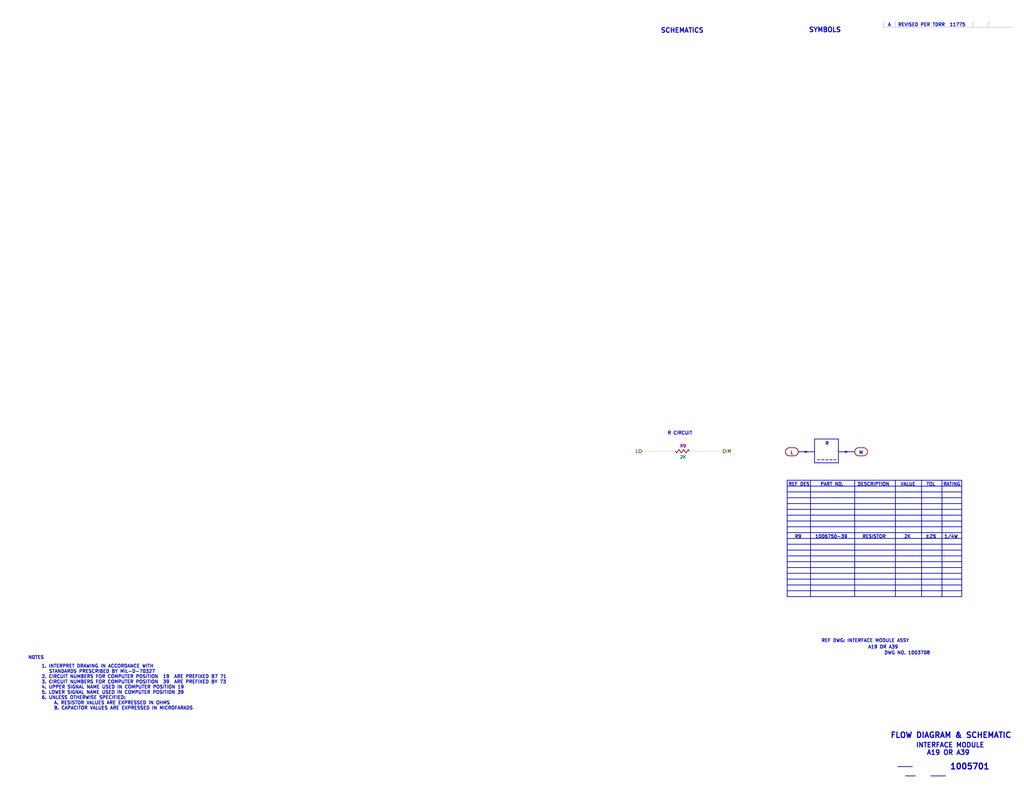
<source format=kicad_sch>
(kicad_sch (version 20211123) (generator eeschema)
  (paper "E")
  (lib_symbols
    (symbol "AGC_DSKY:OvalBody2" (pin_numbers hide) (pin_names (offset 0) hide)
      (symbol "OvalBody2_1_0"
        (arc (start -2.54 4.445) (mid -6.985 0) (end -2.54 -4.445) (stroke (width 0.762)))
        (polyline (pts (xy -2.54 -4.445) (xy 2.54 -4.445)) (stroke (width 0.762)))
        (polyline (pts (xy -2.54 4.445) (xy 2.54 4.445)) (stroke (width 0.762)))
        (arc (start 2.54 -4.445) (mid 6.985 0) (end 2.54 4.445) (stroke (width 0.762)))
      )
    )
    (symbol "AGC_DSKY:Resistor" (pin_numbers hide) (pin_names (offset 0) hide)
      (property "Reference" "R" (at -0.635 -4.445 0))
      (symbol "Resistor_0_1"
        (polyline (pts (xy -7.62 0) (xy -6.35 -1.905) (xy -3.81 1.905) (xy -1.27 -1.905) (xy 1.27 1.905) (xy 3.81 -1.905) (xy 6.35 1.905) (xy 7.62 0)) (stroke (width 0.762)))
      )
      (symbol "Resistor_1_1"
        (pin passive line (at -10.16 0 0) (length 2.54) (name "1") (number "1"))
        (pin passive line (at 10.16 0 180) (length 2.54) (name "2") (number "2"))
      )
    )
  )
  (polyline (pts (xy 859.155 581.66) (xy 1049.655 581.66)) (stroke (width 0.762) (type solid)))
  (polyline (pts (xy 922.655 494.03) (xy 924.56 493.395)) (stroke (width 1) (type solid)))
  (polyline (pts (xy 878.84 493.395) (xy 889 493.395)) (stroke (width 0.762) (type solid)))
  (polyline (pts (xy 859.155 600.71) (xy 1049.655 600.71)) (stroke (width 0.762) (type solid)))
  (polyline (pts (xy 859.155 645.16) (xy 1049.655 645.16)) (stroke (width 0.762) (type solid)))
  (polyline (pts (xy 1061.72 23.114) (xy 1061.72 29.718)) (stroke (width 0) (type solid)))
  (polyline (pts (xy 859.155 549.91) (xy 1049.655 549.91)) (stroke (width 0.762) (type solid)))
  (polyline (pts (xy 859.155 651.51) (xy 1049.655 651.51)) (stroke (width 0.762) (type solid)))
  (polyline (pts (xy 915.035 479.425) (xy 889 479.425)) (stroke (width 0.762) (type solid)))
  (polyline (pts (xy 932.815 524.51) (xy 932.815 651.51)) (stroke (width 0.762) (type solid)))
  (polyline (pts (xy 859.155 524.51) (xy 859.155 651.51)) (stroke (width 0.762) (type solid)))
  (polyline (pts (xy 859.155 626.11) (xy 1049.655 626.11)) (stroke (width 0.762) (type solid)))
  (polyline (pts (xy 878.84 492.76) (xy 878.84 494.03)) (stroke (width 1) (type solid)))
  (polyline (pts (xy 977.011 23.114) (xy 977.011 29.718)) (stroke (width 0) (type solid)))
  (polyline (pts (xy 859.155 613.41) (xy 1049.655 613.41)) (stroke (width 0.762) (type solid)))
  (polyline (pts (xy 859.155 638.81) (xy 1049.655 638.81)) (stroke (width 0.762) (type solid)))
  (polyline (pts (xy 1049.655 524.51) (xy 1049.655 651.51)) (stroke (width 0.762) (type solid)))
  (polyline (pts (xy 859.155 568.96) (xy 1049.655 568.96)) (stroke (width 0.762) (type solid)))
  (polyline (pts (xy 915.035 493.395) (xy 922.02 493.395)) (stroke (width 0.762) (type solid)))
  (polyline (pts (xy 859.155 537.21) (xy 1049.655 537.21)) (stroke (width 0.762) (type solid)))
  (polyline (pts (xy 859.155 619.76) (xy 1049.655 619.76)) (stroke (width 0.762) (type solid)))
  (polyline (pts (xy 859.155 588.01) (xy 1049.655 588.01)) (stroke (width 0.762) (type solid)))
  (wire (pts (xy 755.015 492.76) (xy 789.305 492.76)))
  (polyline (pts (xy 964.311 29.718) (xy 1104.9 29.718)) (stroke (width 0) (type solid)))
  (polyline (pts (xy 924.56 493.395) (xy 922.655 492.76)) (stroke (width 1) (type solid)))
  (polyline (pts (xy 871.22 493.395) (xy 878.84 493.395)) (stroke (width 0.762) (type solid)))
  (polyline (pts (xy 859.155 556.26) (xy 1049.655 556.26)) (stroke (width 0.762) (type solid)))
  (polyline (pts (xy 859.155 632.46) (xy 1049.655 632.46)) (stroke (width 0.762) (type solid)))
  (polyline (pts (xy 878.84 494.03) (xy 880.745 493.395)) (stroke (width 1) (type solid)))
  (polyline (pts (xy 859.155 607.06) (xy 1049.655 607.06)) (stroke (width 0.762) (type solid)))
  (polyline (pts (xy 859.155 543.56) (xy 1049.655 543.56)) (stroke (width 0.762) (type solid)))
  (polyline (pts (xy 880.745 493.395) (xy 878.84 492.76)) (stroke (width 1) (type solid)))
  (polyline (pts (xy 889 505.46) (xy 915.035 505.46)) (stroke (width 0.762) (type solid)))
  (polyline (pts (xy 977.265 524.51) (xy 977.265 651.51)) (stroke (width 0.762) (type solid)))
  (polyline (pts (xy 915.035 505.46) (xy 915.035 479.425)) (stroke (width 0.762) (type solid)))
  (polyline (pts (xy 922.655 492.76) (xy 922.655 494.03)) (stroke (width 1) (type solid)))
  (polyline (pts (xy 859.155 530.86) (xy 1049.655 530.86)) (stroke (width 0.762) (type solid)))
  (wire (pts (xy 734.695 492.76) (xy 701.04 492.76)))
  (polyline (pts (xy 1005.84 524.51) (xy 1005.84 651.51)) (stroke (width 0.762) (type solid)))
  (polyline (pts (xy 917.575 493.395) (xy 922.02 493.395)))
  (polyline (pts (xy 889 479.425) (xy 889 505.46)) (stroke (width 0.762) (type solid)))
  (polyline (pts (xy 859.155 524.51) (xy 1049.655 524.51)) (stroke (width 0.762) (type solid)))
  (polyline (pts (xy 859.155 575.31) (xy 1049.655 575.31)) (stroke (width 0.762) (type solid)))
  (polyline (pts (xy 859.155 562.61) (xy 1049.655 562.61)) (stroke (width 0.762) (type solid)))
  (polyline (pts (xy 859.155 594.36) (xy 1049.655 594.36)) (stroke (width 0.762) (type solid)))
  (polyline (pts (xy 884.555 524.51) (xy 884.555 651.51)) (stroke (width 0.762) (type solid)))
  (polyline (pts (xy 964.311 23.114) (xy 964.311 29.718)) (stroke (width 0) (type solid)))
  (polyline (pts (xy 1078.611 23.114) (xy 1078.611 29.718)) (stroke (width 0) (type solid)))
  (polyline (pts (xy 922.655 493.395) (xy 932.815 493.395)) (stroke (width 0.762) (type solid)))
  (polyline (pts (xy 1028.065 524.51) (xy 1028.065 651.51)) (stroke (width 0.762) (type solid)))
  (text "1. INTERPRET DRAWING IN ACCORDANCE WITH\n   STANDARDS PRESCRIBED BY MIL-D-70327\n2. CIRCUIT NUMBERS FOR COMPUTER POSITION  19  ARE PREFIXED B7 71\n3. CIRCUIT NUMBERS FOR COMPUTER POSITION  39  ARE PREFIXED BY 73\n4. UPPER SIGNAL NAME USED IN COMPUTER POSITION 19\n5. LOWER SIGNAL NAME USED IN COMPUTER POSITION 39\n6. UNLESS OTHERWISE SPECIFIED:\n     A. RESISTOR VALUES ARE EXPRESSED IN OHMS\n     B. CAPACITOR VALUES ARE EXPRESSED IN MICROFARADS" (at 45.085 775.335 0) (effects (font (size 3.556 3.556) (thickness 0.7112) bold) (justify left bottom)))
  (text "____" (at 999.49 847.725 180) (effects (font (size 3.556 3.556) (thickness 0.7112) bold) (justify right bottom)))
  (text "-----" (at 890.905 504.19 0) (effects (font (size 3.556 3.556) (thickness 0.7112) bold) (justify left bottom)))
  (text "DWG NO. 1003708" (at 1015.365 715.01 180) (effects (font (size 3.556 3.556) (thickness 0.7112) bold) (justify right bottom)))
  (text "SYMBOLS" (at 918.21 35.56 180) (effects (font (size 5.08 5.08) (thickness 1.016) bold) (justify right bottom)))
  (text "RESISTOR" (at 967.105 588.01 180) (effects (font (size 3.556 3.556) (thickness 0.7112) bold) (justify right bottom)))
  (text "NOTES" (at 48.26 720.09 180) (effects (font (size 3.556 3.556) (thickness 0.7112) bold) (justify right bottom)))
  (text "A   REVISED PER TDRR  11775" (at 968.756 29.083 0) (effects (font (size 3.556 3.556) (thickness 0.7112) bold) (justify left bottom)))
  (text "______" (at 1032.51 847.725 180) (effects (font (size 3.556 3.556) (thickness 0.7112) bold) (justify right bottom)))
  (text "FLOW DIAGRAM & SCHEMATIC" (at 971.55 806.45 0) (effects (font (size 5.9944 5.9944) (thickness 1.1989) bold) (justify left bottom)))
  (text "L" (at 862.33 496.57 0) (effects (font (size 3.556 3.556) (thickness 0.7112) bold) (justify left bottom)))
  (text "M" (at 937.26 496.57 0) (effects (font (size 3.556 3.556) (thickness 0.7112) bold) (justify left bottom)))
  (text "REF DWG: INTERFACE MODULE ASSY" (at 992.505 701.675 180) (effects (font (size 3.556 3.556) (thickness 0.7112) bold) (justify right bottom)))
  (text "PART NO." (at 920.75 530.86 180) (effects (font (size 3.556 3.556) (thickness 0.7112) bold) (justify right bottom)))
  (text "R" (at 900.43 486.41 0) (effects (font (size 3.556 3.556) (thickness 0.7112) bold) (justify left bottom)))
  (text "TOL" (at 1021.08 530.86 180) (effects (font (size 3.556 3.556) (thickness 0.7112) bold) (justify right bottom)))
  (text "SCHEMATICS" (at 768.35 36.195 180) (effects (font (size 5.08 5.08) (thickness 1.016) bold) (justify right bottom)))
  (text "REF DES" (at 883.92 530.86 180) (effects (font (size 3.556 3.556) (thickness 0.7112) bold) (justify right bottom)))
  (text "DESCRIPTION" (at 970.915 530.86 180) (effects (font (size 3.556 3.556) (thickness 0.7112) bold) (justify right bottom)))
  (text "R9" (at 875.03 588.01 180) (effects (font (size 3.556 3.556) (thickness 0.7112) bold) (justify right bottom)))
  (text "INTERFACE MODULE\n   A19 OR A39" (at 999.49 824.865 0) (effects (font (size 5.08 5.08) (thickness 1.016) bold) (justify left bottom)))
  (text "______" (at 996.315 837.565 180) (effects (font (size 3.556 3.556) (thickness 0.7112) bold) (justify right bottom)))
  (text "1/4W" (at 1045.845 588.01 180) (effects (font (size 3.556 3.556) (thickness 0.7112) bold) (justify right bottom)))
  (text "1005701" (at 1036.447 840.867 0) (effects (font (size 6.35 6.35) (thickness 1.27) bold) (justify left bottom)))
  (text "±2%" (at 1022.35 588.01 180) (effects (font (size 3.556 3.556) (thickness 0.7112) bold) (justify right bottom)))
  (text "A19 OR A39" (at 980.44 708.66 180) (effects (font (size 3.556 3.556) (thickness 0.7112) bold) (justify right bottom)))
  (text "VALUE" (at 999.49 530.86 180) (effects (font (size 3.556 3.556) (thickness 0.7112) bold) (justify right bottom)))
  (text "R CIRCUIT" (at 728.345 474.98 0) (effects (font (size 3.556 3.556) (thickness 0.7112) bold) (justify left bottom)))
  (text "2K" (at 994.41 588.01 180) (effects (font (size 3.556 3.556) (thickness 0.7112) bold) (justify right bottom)))
  (text "RATING" (at 1048.385 530.86 180) (effects (font (size 3.556 3.556) (thickness 0.7112) bold) (justify right bottom)))
  (text "1006750-39" (at 925.195 588.01 180) (effects (font (size 3.556 3.556) (thickness 0.7112) bold) (justify right bottom)))
  (hierarchical_label "M" (shape output) (at 789.305 492.76 0) (effects (font (size 3.556 3.556) (thickness 0.7112) bold)))
  (hierarchical_label "L" (shape input) (at 701.04 492.76 180) (effects (font (size 3.556 3.556) (thickness 0.7112) bold)))
  (symbol (lib_id "AGC_DSKY:OvalBody2") (at 939.8 493.395 0)
    (property "Reference" "X4202" (effects hide))
    (property "Value" "OvalBody2" (effects hide))
  )
  (symbol (lib_id "AGC_DSKY:OvalBody2") (at 864.235 493.395 0)
    (property "Reference" "X4201" (effects hide))
    (property "Value" "OvalBody2" (effects hide))
  )
  (symbol (lib_id "AGC_DSKY:Resistor") (at 744.855 492.76 0)
    (property "Reference" "3R9" (effects hide))
    (property "Value" "2K" (at 745.49 499.11 0) (effects (font (size 3.302 3.302) bold)))
    (property "baseRefd" "R9" (at 745.49 487.045 0) (effects (font (size 3.302 3.302) bold)))
  )
)
</source>
